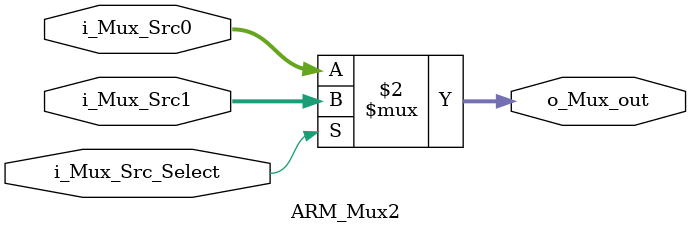
<source format=sv>
module	ARM_SingleCycle_DataPath
	#(parameter	BusWidth = 32)
	(input logic	i_CLK, i_RESET,

	//	Control inputs
	input logic[1:0]				i_Reg_Src, i_Imm_Src,
	input logic						i_PC_Src, i_ALU_Src, 
	input logic						i_Mem_ToReg,
	input logic						i_Reg_Write,
	input logic[1:0]				i_ALU_Control,
	//	Control outputs
	output logic[3:0]				o_ALU_Flags,

	//	Memory Control
	input logic[23:0]				i_Instr,
	output logic[(BusWidth - 1):0]	o_PC, o_ALU_Result,

	//	Data WD and RD
	output logic[(BusWidth - 1):0]	o_Write_Data,
	input logic[(BusWidth - 1):0]	i_Read_Data);

	logic[(BusWidth - 1):0]			s_PC_in;
	logic[(BusWidth - 1):0]			s_PC;
	
	
	logic[(BusWidth - 1):0]			s_PC_Plus4, s_PC_Plus8;
	
	logic[3:0]						s_Reg1_Address, s_Reg2_Address;
	logic[(BusWidth - 1):0]			s_Reg1_Data, s_Reg2_Data;

	logic[(BusWidth - 1):0]			s_ExtendedData;

	logic[6:0]						s_Shamt;
	logic[(BusWidth - 1):0]			s_Shifted_Data;

	logic[(BusWidth - 1):0]			s_ALU_Src2;

	logic[(BusWidth - 1):0]			s_ALU_Result;

	logic[(BusWidth - 1):0]			s_Result;


	ARM_Mux2				PC_Source
		(s_PC_Plus4, s_Result,
		i_PC_Src,
		s_PC_in);

	ARM_ProgramCounter		ProgramCounter
		(i_CLK, i_RESET,
		s_PC_in,
		s_PC);

	assign o_PC = s_PC;

	ARM_Adder				NextInstruction_Adder
		(s_PC, /*s_Instruction_Step*/32'd4,
		s_PC_Plus4);

	ARM_Adder				PC_Plus8_Adder
		(/*s_Instruction_Step*/32'd4, s_PC_Plus4,
		s_PC_Plus8);

	ARM_Mux2	Reg1_Source
		(i_Instr[19:16], 4'd15,
		i_Reg_Src[0],
		s_Reg1_Address[3:0]);

	ARM_Mux2	Reg2_Source
		(i_Instr[3:0], i_Instr[15:12],
		i_Reg_Src[1],
		s_Reg2_Address[3:0]);


	ARM_RegisterFile		RegisterFile
		(i_CLK, i_RESET,
		i_Reg_Write,
		s_Reg1_Address, s_Reg2_Address,
		/*s_Reg_ToWrite_Address*/i_Instr[15:12],
		s_PC_Plus8,
		s_Result,
		s_Reg1_Data, s_Reg2_Data);

	ARM_ExtensionUnit		ExtensionUnit
		(i_Instr[23:0],
		i_Imm_Src,
		s_ExtendedData);

	ARM_Mux2				ALU_Src2_Mux
		(s_Reg2_Data, s_ExtendedData,
		i_ALU_Src,
		s_ALU_Src2);

	ARM_ALU					ALU
		(s_Reg1_Data, s_ALU_Src2,
		i_ALU_Control,
		s_ALU_Result,
		o_ALU_Flags);

	assign o_ALU_Result = s_ALU_Result;
	assign o_Write_Data = s_Reg2_Data;

	ARM_Mux2				Result_Source
		(s_ALU_Result, i_Read_Data,
		i_Mem_ToReg,
		s_Result);


endmodule



module	ARM_ProgramCounter
	#(parameter	AddressBusWidth	= 32)
	(input logic							i_CLK, i_RESET,
	input logic[(AddressBusWidth - 1):0]	i_Address,
	output logic[(AddressBusWidth - 1):0]	o_Address);


	always_ff	@(posedge i_CLK, posedge i_RESET)
	begin
		if (i_RESET)		o_Address <= 'd0;
		else if (i_CLK)		o_Address <= i_Address;
	end

endmodule


module	ARM_Adder
	#(parameter BusWidth = 32)
	(input logic[(BusWidth - 1):0]	i_Adder_Src1, i_Adder_Src2,
	output logic[(BusWidth - 1):0]	o_Adder_Result);


	assign o_Adder_Result = i_Adder_Src1 + i_Adder_Src2;

endmodule


module	ARM_RegisterFile
	#(parameter	BusWidth			= 32,
				RegisterFileSize	= 15)
	(input logic					i_CLK, i_RESET,

	//	Write Control
	input logic						i_Write_Enable,

	//	Register Address inputs
	input logic[3:0]				i_Address_ToRead1, i_Address_ToRead2,
	input logic[3:0]				i_Address_ToWrite,

	//	PC Write input
	input logic[(BusWidth - 1):0]	i_R15,

	//	Data Control
	input logic[(BusWidth - 1):0]	i_Write_Data,
	output logic[(BusWidth - 1):0]	o_Read_Data1, o_Read_Data2);


	int								i;
	logic[(BusWidth - 1):0]			RegisterFile[(RegisterFileSize - 1):0];


	always_ff	@(posedge i_CLK, posedge i_RESET)
	begin
		if (i_RESET)
		begin
			//o_Read_Data1 <= 'd0;
			//o_Read_Data2 <= 'd0;
			for (i = 0; i < 15; i = i + 1)		RegisterFile[i] <= 32'd0;
		end
		else if (i_Write_Enable)				RegisterFile[i_Address_ToWrite] <= i_Write_Data;
	end

	assign o_Read_Data1 = (i_Address_ToRead1 == 4'd15) ?	i_R15 : RegisterFile[i_Address_ToRead1];
	assign o_Read_Data2 = (i_Address_ToRead2 == 4'd15) ?	i_R15 : RegisterFile[i_Address_ToRead2];

endmodule


module	ARM_ExtensionUnit
	#(parameter	BusWidth			= 32,
				ExtendableDataWidth	= 24)
	(input logic[(ExtendableDataWidth - 1):0]	i_Data,
	input logic[1:0]							i_ExtensionControl,
	output logic[(BusWidth - 1):0]				o_Extension);

	typedef enum logic[1:0] {IMM_DATA_PROCESSING, IMM_MEM, IMM_BRANCH}	ExtensionType;


	always_comb
	begin
		case (i_ExtensionControl)
			IMM_DATA_PROCESSING:	o_Extension = {24'b0, i_Data[7:0]};
			IMM_MEM:				o_Extension = {20'b0, i_Data[11:0]};
			IMM_BRANCH:				o_Extension = {{6{i_Data[23]}}, i_Data[23:0], 2'b00};
			
			default:	o_Extension = 32'bx;
		endcase
	end

endmodule


module ARM_Shift
	#(parameter	BusWidth	= 32)
	(input logic[(BusWidth - 1):0]	i_Data,
	input logic[6:0]				i_Shamt,
	output logic[(BusWidth - 1):0]	o_Shifted_Data);

	int		l_Shamt;
	typedef enum logic[1:0]	{LSL, LSR, ASR, ROR}	t_ShiftType;
	logic[1:0]						s_ShiftType;


	assign s_ShiftType = i_Shamt[1:0];

	always_comb
	begin
		case (s_ShiftType)
			LSL:	o_Shifted_Data = (i_Data << i_Shamt[6:2]);
			LSR:	o_Shifted_Data = (i_Data >> i_Shamt[6:2]);
			ASR:	o_Shifted_Data = (i_Data >>> i_Shamt[6:2]);
			ROR:
			begin
				case(i_Shamt[6:2])
					4'd0:	o_Shifted_Data = i_Data;
					4'd1:
					begin
						o_Shifted_Data[((BusWidth - 1) - 1):0] = i_Data >> 1;
						o_Shifted_Data[(BusWidth - 1)] = i_Data[0];
					end
					4'd2:
					begin
						o_Shifted_Data[((BusWidth - 1) - 2):0] = i_Data >> 2;
						o_Shifted_Data[(BusWidth - 1):((BusWidth - 1) - 1)] = i_Data[1:0];
					end
					4'd3:
					begin
						o_Shifted_Data[((BusWidth - 1) - 3):0] = i_Data >> 3;
						o_Shifted_Data[(BusWidth - 1):((BusWidth - 1) - 2)] = i_Data[2:0];
					end
					4'd4:
					begin
						o_Shifted_Data[((BusWidth - 1) - 4):0] = i_Data >> 4;
						o_Shifted_Data[(BusWidth - 1):((BusWidth - 1) - 3)] = i_Data[3:0];
					end
					4'd5:
					begin
						o_Shifted_Data[((BusWidth - 1) - 5):0] = i_Data >> 5;
						o_Shifted_Data[(BusWidth - 1):((BusWidth - 1) - 4)] = i_Data[4:0];
					end
					4'd6:
					begin
						o_Shifted_Data[((BusWidth - 1) - 6):0] = i_Data >> 6;
						o_Shifted_Data[(BusWidth - 1):((BusWidth - 1) - 5)] = i_Data[5:0];
					end
					4'd7:
					begin
						o_Shifted_Data[((BusWidth - 1) - 7):0] = i_Data >> 7;
						o_Shifted_Data[(BusWidth - 1):((BusWidth - 1) - 6)] = i_Data[6:0];
					end
					4'd8:
					begin
						o_Shifted_Data[((BusWidth - 1) - 8):0] = i_Data >> 8;
						o_Shifted_Data[(BusWidth - 1):((BusWidth - 1) - 7)] = i_Data[7:0];
					end
					4'd9:
					begin
						o_Shifted_Data[((BusWidth - 1) - 9):0] = i_Data >> 9;
						o_Shifted_Data[(BusWidth - 1):((BusWidth - 1) - 8)] = i_Data[8:0];
					end
					4'd10:
					begin
						o_Shifted_Data[((BusWidth - 1) - 10):0] = i_Data >> 10;
						o_Shifted_Data[(BusWidth - 1):((BusWidth - 1) - 9)] = i_Data[9:0];
					end
					4'd11:
					begin
						o_Shifted_Data[((BusWidth - 1) - 11):0] = i_Data >> 11;
						o_Shifted_Data[(BusWidth - 1):((BusWidth - 1) - 10)] = i_Data[10:0];
					end
					4'd12:
					begin
						o_Shifted_Data[((BusWidth - 1) - 12):0] = i_Data >> 12;
						o_Shifted_Data[(BusWidth - 1):((BusWidth - 1) - 11)] = i_Data[11:0];
					end
					4'd13:
					begin
						o_Shifted_Data[((BusWidth - 1) - 13):0] = i_Data >> 13;
						o_Shifted_Data[(BusWidth - 1):((BusWidth - 1) - 12)] = i_Data[12:0];
					end
					4'd14:
					begin
						o_Shifted_Data[((BusWidth - 1) - 14):0] = i_Data >> 14;
						o_Shifted_Data[(BusWidth - 1):((BusWidth - 1) - 13)] = i_Data[13:0];
					end
					4'd15:
					begin
						o_Shifted_Data[((BusWidth - 1) - 15):0] = i_Data >> 15;
						o_Shifted_Data[(BusWidth - 1):((BusWidth - 1) - 14)] = i_Data[14:0];
					end
				endcase
			end
		endcase
	end

endmodule


module	ARM_ALU
	#(parameter	BusWidth	= 32)
	(input logic[(BusWidth - 1):0]	i_ALU_Src1, i_ALU_Src2,
	input logic[1:0]				i_ALU_Control,
	output logic[(BusWidth - 1):0]	o_ALU_Result,
	output logic[3:0]				o_ALU_Flags);

	logic[(BusWidth - 1):0]			s_ALU_Result;
	logic							s_Flag_Negative, s_Flag_Zero;
	logic							s_Flag_Carry, s_Flag_Overflow;

	typedef enum logic[1:0] {ADD, SUB, AND, ORR}	ALU_Operation;


	//	Result logic
	always_comb
	begin
		case (i_ALU_Control[1:0])
			ADD:	s_ALU_Result <= i_ALU_Src1 + i_ALU_Src2;
			SUB:	s_ALU_Result <= i_ALU_Src1 - i_ALU_Src2;
			AND:	s_ALU_Result <= i_ALU_Src1 & i_ALU_Src2;
			ORR:	s_ALU_Result <= i_ALU_Src1 | i_ALU_Src2;
			
			default:	s_ALU_Result = 32'b0;
		endcase
	end

	//	Flags logic
	always_comb
	begin
		s_Flag_Negative = (s_ALU_Result[BusWidth - 1] == 1'b1) ?	1'b1 : 1'b0;
		s_Flag_Zero = (s_ALU_Result == 0) ?							1'b1 : 1'b0;
		case (i_ALU_Control[1:0])
			ADD:
			begin
				s_Flag_Carry = (i_ALU_Src1 >= i_ALU_Src2) ?					1'b1 : 1'b0;
				s_Flag_Overflow =	((~i_ALU_Src1[BusWidth - 1] & ~i_ALU_Src2[BusWidth - 1] & s_ALU_Result[BusWidth - 1]) |
									(i_ALU_Src1[BusWidth - 1] & i_ALU_Src2[BusWidth - 1] & ~s_ALU_Result[BusWidth - 1]));
			end
			SUB:
			begin
				s_Flag_Carry = (i_ALU_Src1 < i_ALU_Src2) ?					1'b1 : 1'b0;
				s_Flag_Overflow =	((i_ALU_Src1[BusWidth - 1] & ~i_ALU_Src2[BusWidth - 1] & s_ALU_Result[BusWidth - 1]) |
									(~i_ALU_Src1[BusWidth - 1] & i_ALU_Src2[BusWidth - 1] & s_ALU_Result[BusWidth - 1]));
			end
			
			default:
			begin
				s_Flag_Carry = 1'bx;
				s_Flag_Overflow = 1'bx;
			end
		endcase
	end

	assign o_ALU_Result =	s_ALU_Result;
	assign o_ALU_Flags =	{s_Flag_Negative, s_Flag_Zero,
							s_Flag_Carry, s_Flag_Overflow};

endmodule


module ARM_Mux2
	#(parameter	BusWidth	= 32)
	(input logic[(BusWidth - 1):0]	i_Mux_Src0, i_Mux_Src1,
	input logic						i_Mux_Src_Select,
	output logic[(BusWidth - 1):0]	o_Mux_out);
	
	
	assign o_Mux_out = (i_Mux_Src_Select) ?	i_Mux_Src1 : i_Mux_Src0;

endmodule
</source>
